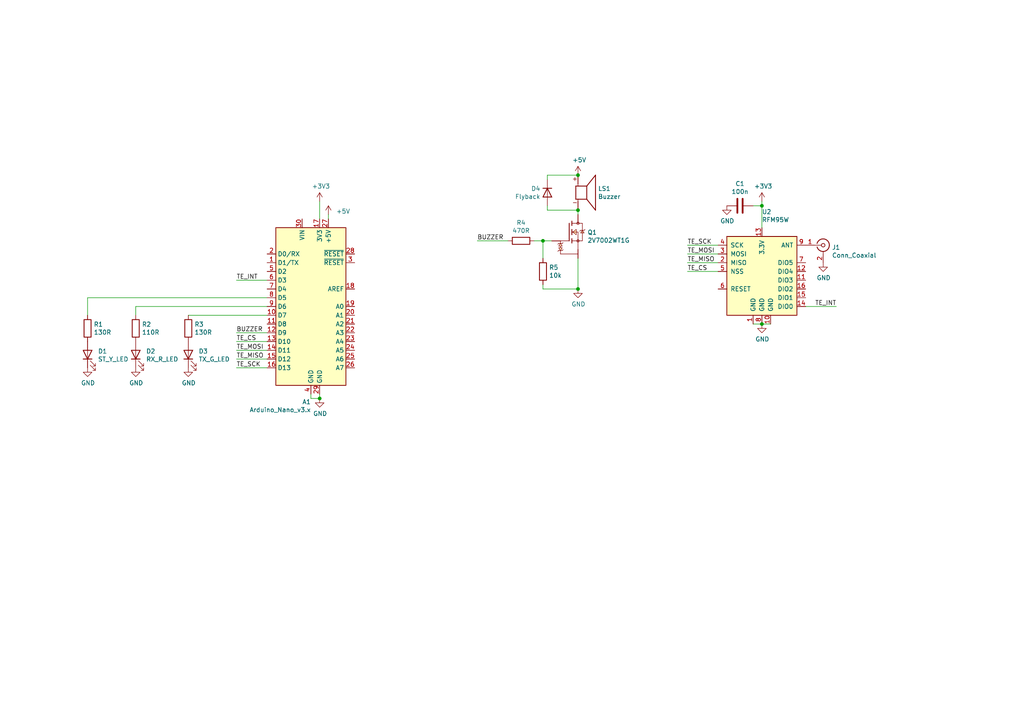
<source format=kicad_sch>
(kicad_sch (version 20211123) (generator eeschema)

  (uuid 852dabbf-de45-4470-8176-59d37a754407)

  (paper "A4")

  (title_block
    (title "G.R.U.N.D")
    (rev "R01")
    (company "Lucas Pallez, EPFL Rocket Team")
    (comment 1 "For usage with SMORRT Module")
    (comment 3 "Ground Radio Unit for Nominal Devices")
    (comment 4 "G.R.U.N.D")
  )

  (lib_symbols
    (symbol "2V7002WT1G:2V7002WT1G" (pin_numbers hide) (pin_names (offset 1.016) hide) (in_bom yes) (on_board yes)
      (property "Reference" "Q" (id 0) (at -8.89 2.54 0)
        (effects (font (size 1.27 1.27)) (justify left bottom))
      )
      (property "Value" "2V7002WT1G" (id 1) (at -8.89 -10.16 0)
        (effects (font (size 1.27 1.27)) (justify left bottom))
      )
      (property "Footprint" "SOT65P220X100-3N" (id 2) (at 0 0 0)
        (effects (font (size 1.27 1.27)) (justify left bottom) hide)
      )
      (property "Datasheet" "" (id 3) (at 0 0 0)
        (effects (font (size 1.27 1.27)) (justify left bottom) hide)
      )
      (property "STANDARD" "IPC-7351B" (id 4) (at 0 0 0)
        (effects (font (size 1.27 1.27)) (justify left bottom) hide)
      )
      (property "MAXIMUM_PACKAGE_HEIGHT" "1.0mm" (id 5) (at 0 0 0)
        (effects (font (size 1.27 1.27)) (justify left bottom) hide)
      )
      (property "PARTREV" "6" (id 6) (at 0 0 0)
        (effects (font (size 1.27 1.27)) (justify left bottom) hide)
      )
      (property "MANUFACTURER" "ON Semiconductor" (id 7) (at 0 0 0)
        (effects (font (size 1.27 1.27)) (justify left bottom) hide)
      )
      (property "ki_locked" "" (id 8) (at 0 0 0)
        (effects (font (size 1.27 1.27)))
      )
      (symbol "2V7002WT1G_0_0"
        (polyline
          (pts
            (xy -3.302 -5.588)
            (xy -3.048 -5.334)
          )
          (stroke (width 0.1524) (type default) (color 0 0 0 0))
          (fill (type none))
        )
        (polyline
          (pts
            (xy -3.048 -5.334)
            (xy -2.54 -5.334)
          )
          (stroke (width 0.1524) (type default) (color 0 0 0 0))
          (fill (type none))
        )
        (polyline
          (pts
            (xy -3.048 -3.302)
            (xy -3.302 -3.556)
          )
          (stroke (width 0.1524) (type default) (color 0 0 0 0))
          (fill (type none))
        )
        (polyline
          (pts
            (xy -2.54 -6.35)
            (xy -2.54 -5.334)
          )
          (stroke (width 0.1524) (type default) (color 0 0 0 0))
          (fill (type none))
        )
        (polyline
          (pts
            (xy -2.54 -6.35)
            (xy 2.54 -6.35)
          )
          (stroke (width 0.1524) (type default) (color 0 0 0 0))
          (fill (type none))
        )
        (polyline
          (pts
            (xy -2.54 -5.334)
            (xy -2.032 -5.334)
          )
          (stroke (width 0.1524) (type default) (color 0 0 0 0))
          (fill (type none))
        )
        (polyline
          (pts
            (xy -2.54 -4.064)
            (xy -2.54 -4.572)
          )
          (stroke (width 0.1524) (type default) (color 0 0 0 0))
          (fill (type none))
        )
        (polyline
          (pts
            (xy -2.54 -3.302)
            (xy -3.048 -3.302)
          )
          (stroke (width 0.1524) (type default) (color 0 0 0 0))
          (fill (type none))
        )
        (polyline
          (pts
            (xy -2.54 -2.54)
            (xy -2.54 -3.302)
          )
          (stroke (width 0.1524) (type default) (color 0 0 0 0))
          (fill (type none))
        )
        (polyline
          (pts
            (xy -2.032 -5.334)
            (xy -1.778 -5.08)
          )
          (stroke (width 0.1524) (type default) (color 0 0 0 0))
          (fill (type none))
        )
        (polyline
          (pts
            (xy -2.032 -3.302)
            (xy -2.54 -3.302)
          )
          (stroke (width 0.1524) (type default) (color 0 0 0 0))
          (fill (type none))
        )
        (polyline
          (pts
            (xy -1.778 -3.048)
            (xy -2.032 -3.302)
          )
          (stroke (width 0.1524) (type default) (color 0 0 0 0))
          (fill (type none))
        )
        (polyline
          (pts
            (xy 0 -2.54)
            (xy -5.08 -2.54)
          )
          (stroke (width 0.1524) (type default) (color 0 0 0 0))
          (fill (type none))
        )
        (polyline
          (pts
            (xy 0 2.54)
            (xy 0 -2.54)
          )
          (stroke (width 0.254) (type default) (color 0 0 0 0))
          (fill (type none))
        )
        (polyline
          (pts
            (xy 0.762 -2.54)
            (xy 0.762 -3.175)
          )
          (stroke (width 0.254) (type default) (color 0 0 0 0))
          (fill (type none))
        )
        (polyline
          (pts
            (xy 0.762 -1.905)
            (xy 0.762 -2.54)
          )
          (stroke (width 0.254) (type default) (color 0 0 0 0))
          (fill (type none))
        )
        (polyline
          (pts
            (xy 0.762 0)
            (xy 0.762 -0.762)
          )
          (stroke (width 0.254) (type default) (color 0 0 0 0))
          (fill (type none))
        )
        (polyline
          (pts
            (xy 0.762 0)
            (xy 2.54 0)
          )
          (stroke (width 0.1524) (type default) (color 0 0 0 0))
          (fill (type none))
        )
        (polyline
          (pts
            (xy 0.762 0.762)
            (xy 0.762 0)
          )
          (stroke (width 0.254) (type default) (color 0 0 0 0))
          (fill (type none))
        )
        (polyline
          (pts
            (xy 0.762 2.54)
            (xy 0.762 1.905)
          )
          (stroke (width 0.254) (type default) (color 0 0 0 0))
          (fill (type none))
        )
        (polyline
          (pts
            (xy 0.762 2.54)
            (xy 3.81 2.54)
          )
          (stroke (width 0.1524) (type default) (color 0 0 0 0))
          (fill (type none))
        )
        (polyline
          (pts
            (xy 0.762 3.175)
            (xy 0.762 2.54)
          )
          (stroke (width 0.254) (type default) (color 0 0 0 0))
          (fill (type none))
        )
        (polyline
          (pts
            (xy 2.54 -2.54)
            (xy 0.762 -2.54)
          )
          (stroke (width 0.1524) (type default) (color 0 0 0 0))
          (fill (type none))
        )
        (polyline
          (pts
            (xy 2.54 -2.54)
            (xy 2.54 -5.08)
          )
          (stroke (width 0.1524) (type default) (color 0 0 0 0))
          (fill (type none))
        )
        (polyline
          (pts
            (xy 2.54 -2.54)
            (xy 3.81 -2.54)
          )
          (stroke (width 0.1524) (type default) (color 0 0 0 0))
          (fill (type none))
        )
        (polyline
          (pts
            (xy 2.54 0)
            (xy 2.54 -2.54)
          )
          (stroke (width 0.1524) (type default) (color 0 0 0 0))
          (fill (type none))
        )
        (polyline
          (pts
            (xy 3.302 0.508)
            (xy 3.048 0.254)
          )
          (stroke (width 0.1524) (type default) (color 0 0 0 0))
          (fill (type none))
        )
        (polyline
          (pts
            (xy 3.81 0.508)
            (xy 3.302 0.508)
          )
          (stroke (width 0.1524) (type default) (color 0 0 0 0))
          (fill (type none))
        )
        (polyline
          (pts
            (xy 3.81 0.508)
            (xy 3.81 -2.54)
          )
          (stroke (width 0.1524) (type default) (color 0 0 0 0))
          (fill (type none))
        )
        (polyline
          (pts
            (xy 3.81 2.54)
            (xy 3.81 0.508)
          )
          (stroke (width 0.1524) (type default) (color 0 0 0 0))
          (fill (type none))
        )
        (polyline
          (pts
            (xy 4.318 0.508)
            (xy 3.81 0.508)
          )
          (stroke (width 0.1524) (type default) (color 0 0 0 0))
          (fill (type none))
        )
        (polyline
          (pts
            (xy 4.572 0.762)
            (xy 4.318 0.508)
          )
          (stroke (width 0.1524) (type default) (color 0 0 0 0))
          (fill (type none))
        )
        (polyline
          (pts
            (xy -2.54 -5.334)
            (xy -2.032 -4.572)
            (xy -3.048 -4.572)
            (xy -2.54 -5.334)
          )
          (stroke (width 0.1524) (type default) (color 0 0 0 0))
          (fill (type background))
        )
        (polyline
          (pts
            (xy -2.54 -3.302)
            (xy -3.048 -4.064)
            (xy -2.032 -4.064)
            (xy -2.54 -3.302)
          )
          (stroke (width 0.1524) (type default) (color 0 0 0 0))
          (fill (type background))
        )
        (polyline
          (pts
            (xy 1.016 0)
            (xy 2.032 0.762)
            (xy 2.032 -0.762)
            (xy 1.016 0)
          )
          (stroke (width 0.1524) (type default) (color 0 0 0 0))
          (fill (type background))
        )
        (polyline
          (pts
            (xy 3.81 0.508)
            (xy 3.302 -0.254)
            (xy 4.318 -0.254)
            (xy 3.81 0.508)
          )
          (stroke (width 0.1524) (type default) (color 0 0 0 0))
          (fill (type background))
        )
        (circle (center 2.54 -2.54) (radius 0.3556)
          (stroke (width 0) (type default) (color 0 0 0 0))
          (fill (type none))
        )
        (circle (center 2.54 2.54) (radius 0.3556)
          (stroke (width 0) (type default) (color 0 0 0 0))
          (fill (type none))
        )
        (pin passive line (at -5.08 -2.54 0) (length 2.54)
          (name "~" (effects (font (size 1.016 1.016))))
          (number "1" (effects (font (size 1.016 1.016))))
        )
        (pin passive line (at 2.54 -7.62 90) (length 2.54)
          (name "~" (effects (font (size 1.016 1.016))))
          (number "2" (effects (font (size 1.016 1.016))))
        )
        (pin passive line (at 2.54 5.08 270) (length 2.54)
          (name "~" (effects (font (size 1.016 1.016))))
          (number "3" (effects (font (size 1.016 1.016))))
        )
      )
    )
    (symbol "CMI-9605IC-0380T:CMI-9605IC-0380T" (pin_numbers hide) (pin_names (offset 1.016) hide) (in_bom yes) (on_board yes)
      (property "Reference" "LS" (id 0) (at -1.27 6.35 0)
        (effects (font (size 1.27 1.27)) (justify left bottom))
      )
      (property "Value" "CMI-9605IC-0380T" (id 1) (at -1.27 -8.255 0)
        (effects (font (size 1.27 1.27)) (justify left bottom))
      )
      (property "Footprint" "CUI_CMI-9605IC-0380T" (id 2) (at 0 0 0)
        (effects (font (size 1.27 1.27)) (justify left bottom) hide)
      )
      (property "Datasheet" "" (id 3) (at 0 0 0)
        (effects (font (size 1.27 1.27)) (justify left bottom) hide)
      )
      (property "MANUFACTURER" "CUI Inc." (id 4) (at 0 0 0)
        (effects (font (size 1.27 1.27)) (justify left bottom) hide)
      )
      (property "MAXIMUM_PACKAGE_HEIGHT" "5.00mm" (id 5) (at 0 0 0)
        (effects (font (size 1.27 1.27)) (justify left bottom) hide)
      )
      (property "STANDARD" "Manufacturer Recommendations" (id 6) (at 0 0 0)
        (effects (font (size 1.27 1.27)) (justify left bottom) hide)
      )
      (property "PARTREV" "1.0" (id 7) (at 0 0 0)
        (effects (font (size 1.27 1.27)) (justify left bottom) hide)
      )
      (property "ki_locked" "" (id 8) (at 0 0 0)
        (effects (font (size 1.27 1.27)))
      )
      (symbol "CMI-9605IC-0380T_0_0"
        (polyline
          (pts
            (xy -3.175 -1.905)
            (xy -2.54 -1.905)
          )
          (stroke (width 0.254) (type default) (color 0 0 0 0))
          (fill (type none))
        )
        (polyline
          (pts
            (xy -3.175 1.905)
            (xy -3.175 -1.905)
          )
          (stroke (width 0.254) (type default) (color 0 0 0 0))
          (fill (type none))
        )
        (polyline
          (pts
            (xy -3.175 1.905)
            (xy -2.54 1.905)
          )
          (stroke (width 0.254) (type default) (color 0 0 0 0))
          (fill (type none))
        )
        (polyline
          (pts
            (xy -2.54 -2.54)
            (xy -2.54 -1.905)
          )
          (stroke (width 0.1524) (type default) (color 0 0 0 0))
          (fill (type none))
        )
        (polyline
          (pts
            (xy -2.54 -1.905)
            (xy 0 -1.905)
          )
          (stroke (width 0.254) (type default) (color 0 0 0 0))
          (fill (type none))
        )
        (polyline
          (pts
            (xy -2.54 1.905)
            (xy 0 1.905)
          )
          (stroke (width 0.254) (type default) (color 0 0 0 0))
          (fill (type none))
        )
        (polyline
          (pts
            (xy -2.54 2.54)
            (xy -2.54 1.905)
          )
          (stroke (width 0.1524) (type default) (color 0 0 0 0))
          (fill (type none))
        )
        (polyline
          (pts
            (xy 0 -1.905)
            (xy 0 1.905)
          )
          (stroke (width 0.254) (type default) (color 0 0 0 0))
          (fill (type none))
        )
        (polyline
          (pts
            (xy 0 -1.905)
            (xy 2.54 -5.08)
          )
          (stroke (width 0.254) (type default) (color 0 0 0 0))
          (fill (type none))
        )
        (polyline
          (pts
            (xy 0 1.905)
            (xy 2.54 5.08)
          )
          (stroke (width 0.254) (type default) (color 0 0 0 0))
          (fill (type none))
        )
        (polyline
          (pts
            (xy 2.54 -5.08)
            (xy 2.54 5.08)
          )
          (stroke (width 0.254) (type default) (color 0 0 0 0))
          (fill (type none))
        )
        (text "+" (at -4.318 3.302 0)
          (effects (font (size 1.27 1.27)) (justify left bottom))
        )
        (text "-" (at -4.318 -3.556 0)
          (effects (font (size 1.27 1.27)) (justify left bottom))
        )
        (pin passive line (at -2.54 -5.08 90) (length 2.54)
          (name "~" (effects (font (size 1.016 1.016))))
          (number "N" (effects (font (size 1.016 1.016))))
        )
        (pin passive line (at -2.54 5.08 270) (length 2.54)
          (name "~" (effects (font (size 1.016 1.016))))
          (number "P" (effects (font (size 1.016 1.016))))
        )
      )
    )
    (symbol "Connector:Conn_Coaxial" (pin_names (offset 1.016) hide) (in_bom yes) (on_board yes)
      (property "Reference" "J" (id 0) (at 0.254 3.048 0)
        (effects (font (size 1.27 1.27)))
      )
      (property "Value" "Conn_Coaxial" (id 1) (at 2.921 0 90)
        (effects (font (size 1.27 1.27)))
      )
      (property "Footprint" "" (id 2) (at 0 0 0)
        (effects (font (size 1.27 1.27)) hide)
      )
      (property "Datasheet" " ~" (id 3) (at 0 0 0)
        (effects (font (size 1.27 1.27)) hide)
      )
      (property "ki_keywords" "BNC SMA SMB SMC LEMO coaxial connector CINCH RCA" (id 4) (at 0 0 0)
        (effects (font (size 1.27 1.27)) hide)
      )
      (property "ki_description" "coaxial connector (BNC, SMA, SMB, SMC, Cinch/RCA, LEMO, ...)" (id 5) (at 0 0 0)
        (effects (font (size 1.27 1.27)) hide)
      )
      (property "ki_fp_filters" "*BNC* *SMA* *SMB* *SMC* *Cinch* *LEMO*" (id 6) (at 0 0 0)
        (effects (font (size 1.27 1.27)) hide)
      )
      (symbol "Conn_Coaxial_0_1"
        (arc (start -1.778 -0.508) (mid 0.222 -1.808) (end 1.778 0)
          (stroke (width 0.254) (type default) (color 0 0 0 0))
          (fill (type none))
        )
        (polyline
          (pts
            (xy -2.54 0)
            (xy -0.508 0)
          )
          (stroke (width 0) (type default) (color 0 0 0 0))
          (fill (type none))
        )
        (polyline
          (pts
            (xy 0 -2.54)
            (xy 0 -1.778)
          )
          (stroke (width 0) (type default) (color 0 0 0 0))
          (fill (type none))
        )
        (circle (center 0 0) (radius 0.508)
          (stroke (width 0.2032) (type default) (color 0 0 0 0))
          (fill (type none))
        )
        (arc (start 1.778 0) (mid 0.2221 1.8083) (end -1.778 0.508)
          (stroke (width 0.254) (type default) (color 0 0 0 0))
          (fill (type none))
        )
      )
      (symbol "Conn_Coaxial_1_1"
        (pin passive line (at -5.08 0 0) (length 2.54)
          (name "In" (effects (font (size 1.27 1.27))))
          (number "1" (effects (font (size 1.27 1.27))))
        )
        (pin passive line (at 0 -5.08 90) (length 2.54)
          (name "Ext" (effects (font (size 1.27 1.27))))
          (number "2" (effects (font (size 1.27 1.27))))
        )
      )
    )
    (symbol "Device:C" (pin_numbers hide) (pin_names (offset 0.254)) (in_bom yes) (on_board yes)
      (property "Reference" "C" (id 0) (at 0.635 2.54 0)
        (effects (font (size 1.27 1.27)) (justify left))
      )
      (property "Value" "C" (id 1) (at 0.635 -2.54 0)
        (effects (font (size 1.27 1.27)) (justify left))
      )
      (property "Footprint" "" (id 2) (at 0.9652 -3.81 0)
        (effects (font (size 1.27 1.27)) hide)
      )
      (property "Datasheet" "~" (id 3) (at 0 0 0)
        (effects (font (size 1.27 1.27)) hide)
      )
      (property "ki_keywords" "cap capacitor" (id 4) (at 0 0 0)
        (effects (font (size 1.27 1.27)) hide)
      )
      (property "ki_description" "Unpolarized capacitor" (id 5) (at 0 0 0)
        (effects (font (size 1.27 1.27)) hide)
      )
      (property "ki_fp_filters" "C_*" (id 6) (at 0 0 0)
        (effects (font (size 1.27 1.27)) hide)
      )
      (symbol "C_0_1"
        (polyline
          (pts
            (xy -2.032 -0.762)
            (xy 2.032 -0.762)
          )
          (stroke (width 0.508) (type default) (color 0 0 0 0))
          (fill (type none))
        )
        (polyline
          (pts
            (xy -2.032 0.762)
            (xy 2.032 0.762)
          )
          (stroke (width 0.508) (type default) (color 0 0 0 0))
          (fill (type none))
        )
      )
      (symbol "C_1_1"
        (pin passive line (at 0 3.81 270) (length 2.794)
          (name "~" (effects (font (size 1.27 1.27))))
          (number "1" (effects (font (size 1.27 1.27))))
        )
        (pin passive line (at 0 -3.81 90) (length 2.794)
          (name "~" (effects (font (size 1.27 1.27))))
          (number "2" (effects (font (size 1.27 1.27))))
        )
      )
    )
    (symbol "Device:D" (pin_numbers hide) (pin_names (offset 1.016) hide) (in_bom yes) (on_board yes)
      (property "Reference" "D" (id 0) (at 0 2.54 0)
        (effects (font (size 1.27 1.27)))
      )
      (property "Value" "D" (id 1) (at 0 -2.54 0)
        (effects (font (size 1.27 1.27)))
      )
      (property "Footprint" "" (id 2) (at 0 0 0)
        (effects (font (size 1.27 1.27)) hide)
      )
      (property "Datasheet" "~" (id 3) (at 0 0 0)
        (effects (font (size 1.27 1.27)) hide)
      )
      (property "ki_keywords" "diode" (id 4) (at 0 0 0)
        (effects (font (size 1.27 1.27)) hide)
      )
      (property "ki_description" "Diode" (id 5) (at 0 0 0)
        (effects (font (size 1.27 1.27)) hide)
      )
      (property "ki_fp_filters" "TO-???* *_Diode_* *SingleDiode* D_*" (id 6) (at 0 0 0)
        (effects (font (size 1.27 1.27)) hide)
      )
      (symbol "D_0_1"
        (polyline
          (pts
            (xy -1.27 1.27)
            (xy -1.27 -1.27)
          )
          (stroke (width 0.254) (type default) (color 0 0 0 0))
          (fill (type none))
        )
        (polyline
          (pts
            (xy 1.27 0)
            (xy -1.27 0)
          )
          (stroke (width 0) (type default) (color 0 0 0 0))
          (fill (type none))
        )
        (polyline
          (pts
            (xy 1.27 1.27)
            (xy 1.27 -1.27)
            (xy -1.27 0)
            (xy 1.27 1.27)
          )
          (stroke (width 0.254) (type default) (color 0 0 0 0))
          (fill (type none))
        )
      )
      (symbol "D_1_1"
        (pin passive line (at -3.81 0 0) (length 2.54)
          (name "K" (effects (font (size 1.27 1.27))))
          (number "1" (effects (font (size 1.27 1.27))))
        )
        (pin passive line (at 3.81 0 180) (length 2.54)
          (name "A" (effects (font (size 1.27 1.27))))
          (number "2" (effects (font (size 1.27 1.27))))
        )
      )
    )
    (symbol "Device:LED" (pin_numbers hide) (pin_names (offset 1.016) hide) (in_bom yes) (on_board yes)
      (property "Reference" "D" (id 0) (at 0 2.54 0)
        (effects (font (size 1.27 1.27)))
      )
      (property "Value" "LED" (id 1) (at 0 -2.54 0)
        (effects (font (size 1.27 1.27)))
      )
      (property "Footprint" "" (id 2) (at 0 0 0)
        (effects (font (size 1.27 1.27)) hide)
      )
      (property "Datasheet" "~" (id 3) (at 0 0 0)
        (effects (font (size 1.27 1.27)) hide)
      )
      (property "ki_keywords" "LED diode" (id 4) (at 0 0 0)
        (effects (font (size 1.27 1.27)) hide)
      )
      (property "ki_description" "Light emitting diode" (id 5) (at 0 0 0)
        (effects (font (size 1.27 1.27)) hide)
      )
      (property "ki_fp_filters" "LED* LED_SMD:* LED_THT:*" (id 6) (at 0 0 0)
        (effects (font (size 1.27 1.27)) hide)
      )
      (symbol "LED_0_1"
        (polyline
          (pts
            (xy -1.27 -1.27)
            (xy -1.27 1.27)
          )
          (stroke (width 0.254) (type default) (color 0 0 0 0))
          (fill (type none))
        )
        (polyline
          (pts
            (xy -1.27 0)
            (xy 1.27 0)
          )
          (stroke (width 0) (type default) (color 0 0 0 0))
          (fill (type none))
        )
        (polyline
          (pts
            (xy 1.27 -1.27)
            (xy 1.27 1.27)
            (xy -1.27 0)
            (xy 1.27 -1.27)
          )
          (stroke (width 0.254) (type default) (color 0 0 0 0))
          (fill (type none))
        )
        (polyline
          (pts
            (xy -3.048 -0.762)
            (xy -4.572 -2.286)
            (xy -3.81 -2.286)
            (xy -4.572 -2.286)
            (xy -4.572 -1.524)
          )
          (stroke (width 0) (type default) (color 0 0 0 0))
          (fill (type none))
        )
        (polyline
          (pts
            (xy -1.778 -0.762)
            (xy -3.302 -2.286)
            (xy -2.54 -2.286)
            (xy -3.302 -2.286)
            (xy -3.302 -1.524)
          )
          (stroke (width 0) (type default) (color 0 0 0 0))
          (fill (type none))
        )
      )
      (symbol "LED_1_1"
        (pin passive line (at -3.81 0 0) (length 2.54)
          (name "K" (effects (font (size 1.27 1.27))))
          (number "1" (effects (font (size 1.27 1.27))))
        )
        (pin passive line (at 3.81 0 180) (length 2.54)
          (name "A" (effects (font (size 1.27 1.27))))
          (number "2" (effects (font (size 1.27 1.27))))
        )
      )
    )
    (symbol "Device:R" (pin_numbers hide) (pin_names (offset 0)) (in_bom yes) (on_board yes)
      (property "Reference" "R" (id 0) (at 2.032 0 90)
        (effects (font (size 1.27 1.27)))
      )
      (property "Value" "R" (id 1) (at 0 0 90)
        (effects (font (size 1.27 1.27)))
      )
      (property "Footprint" "" (id 2) (at -1.778 0 90)
        (effects (font (size 1.27 1.27)) hide)
      )
      (property "Datasheet" "~" (id 3) (at 0 0 0)
        (effects (font (size 1.27 1.27)) hide)
      )
      (property "ki_keywords" "R res resistor" (id 4) (at 0 0 0)
        (effects (font (size 1.27 1.27)) hide)
      )
      (property "ki_description" "Resistor" (id 5) (at 0 0 0)
        (effects (font (size 1.27 1.27)) hide)
      )
      (property "ki_fp_filters" "R_*" (id 6) (at 0 0 0)
        (effects (font (size 1.27 1.27)) hide)
      )
      (symbol "R_0_1"
        (rectangle (start -1.016 -2.54) (end 1.016 2.54)
          (stroke (width 0.254) (type default) (color 0 0 0 0))
          (fill (type none))
        )
      )
      (symbol "R_1_1"
        (pin passive line (at 0 3.81 270) (length 1.27)
          (name "~" (effects (font (size 1.27 1.27))))
          (number "1" (effects (font (size 1.27 1.27))))
        )
        (pin passive line (at 0 -3.81 90) (length 1.27)
          (name "~" (effects (font (size 1.27 1.27))))
          (number "2" (effects (font (size 1.27 1.27))))
        )
      )
    )
    (symbol "MCU_Module:Arduino_Nano_v3.x" (in_bom yes) (on_board yes)
      (property "Reference" "A" (id 0) (at -10.16 23.495 0)
        (effects (font (size 1.27 1.27)) (justify left bottom))
      )
      (property "Value" "Arduino_Nano_v3.x" (id 1) (at 5.08 -24.13 0)
        (effects (font (size 1.27 1.27)) (justify left top))
      )
      (property "Footprint" "Module:Arduino_Nano" (id 2) (at 0 0 0)
        (effects (font (size 1.27 1.27) italic) hide)
      )
      (property "Datasheet" "http://www.mouser.com/pdfdocs/Gravitech_Arduino_Nano3_0.pdf" (id 3) (at 0 0 0)
        (effects (font (size 1.27 1.27)) hide)
      )
      (property "ki_keywords" "Arduino nano microcontroller module USB" (id 4) (at 0 0 0)
        (effects (font (size 1.27 1.27)) hide)
      )
      (property "ki_description" "Arduino Nano v3.x" (id 5) (at 0 0 0)
        (effects (font (size 1.27 1.27)) hide)
      )
      (property "ki_fp_filters" "Arduino*Nano*" (id 6) (at 0 0 0)
        (effects (font (size 1.27 1.27)) hide)
      )
      (symbol "Arduino_Nano_v3.x_0_1"
        (rectangle (start -10.16 22.86) (end 10.16 -22.86)
          (stroke (width 0.254) (type default) (color 0 0 0 0))
          (fill (type background))
        )
      )
      (symbol "Arduino_Nano_v3.x_1_1"
        (pin bidirectional line (at -12.7 12.7 0) (length 2.54)
          (name "D1/TX" (effects (font (size 1.27 1.27))))
          (number "1" (effects (font (size 1.27 1.27))))
        )
        (pin bidirectional line (at -12.7 -2.54 0) (length 2.54)
          (name "D7" (effects (font (size 1.27 1.27))))
          (number "10" (effects (font (size 1.27 1.27))))
        )
        (pin bidirectional line (at -12.7 -5.08 0) (length 2.54)
          (name "D8" (effects (font (size 1.27 1.27))))
          (number "11" (effects (font (size 1.27 1.27))))
        )
        (pin bidirectional line (at -12.7 -7.62 0) (length 2.54)
          (name "D9" (effects (font (size 1.27 1.27))))
          (number "12" (effects (font (size 1.27 1.27))))
        )
        (pin bidirectional line (at -12.7 -10.16 0) (length 2.54)
          (name "D10" (effects (font (size 1.27 1.27))))
          (number "13" (effects (font (size 1.27 1.27))))
        )
        (pin bidirectional line (at -12.7 -12.7 0) (length 2.54)
          (name "D11" (effects (font (size 1.27 1.27))))
          (number "14" (effects (font (size 1.27 1.27))))
        )
        (pin bidirectional line (at -12.7 -15.24 0) (length 2.54)
          (name "D12" (effects (font (size 1.27 1.27))))
          (number "15" (effects (font (size 1.27 1.27))))
        )
        (pin bidirectional line (at -12.7 -17.78 0) (length 2.54)
          (name "D13" (effects (font (size 1.27 1.27))))
          (number "16" (effects (font (size 1.27 1.27))))
        )
        (pin power_out line (at 2.54 25.4 270) (length 2.54)
          (name "3V3" (effects (font (size 1.27 1.27))))
          (number "17" (effects (font (size 1.27 1.27))))
        )
        (pin input line (at 12.7 5.08 180) (length 2.54)
          (name "AREF" (effects (font (size 1.27 1.27))))
          (number "18" (effects (font (size 1.27 1.27))))
        )
        (pin bidirectional line (at 12.7 0 180) (length 2.54)
          (name "A0" (effects (font (size 1.27 1.27))))
          (number "19" (effects (font (size 1.27 1.27))))
        )
        (pin bidirectional line (at -12.7 15.24 0) (length 2.54)
          (name "D0/RX" (effects (font (size 1.27 1.27))))
          (number "2" (effects (font (size 1.27 1.27))))
        )
        (pin bidirectional line (at 12.7 -2.54 180) (length 2.54)
          (name "A1" (effects (font (size 1.27 1.27))))
          (number "20" (effects (font (size 1.27 1.27))))
        )
        (pin bidirectional line (at 12.7 -5.08 180) (length 2.54)
          (name "A2" (effects (font (size 1.27 1.27))))
          (number "21" (effects (font (size 1.27 1.27))))
        )
        (pin bidirectional line (at 12.7 -7.62 180) (length 2.54)
          (name "A3" (effects (font (size 1.27 1.27))))
          (number "22" (effects (font (size 1.27 1.27))))
        )
        (pin bidirectional line (at 12.7 -10.16 180) (length 2.54)
          (name "A4" (effects (font (size 1.27 1.27))))
          (number "23" (effects (font (size 1.27 1.27))))
        )
        (pin bidirectional line (at 12.7 -12.7 180) (length 2.54)
          (name "A5" (effects (font (size 1.27 1.27))))
          (number "24" (effects (font (size 1.27 1.27))))
        )
        (pin bidirectional line (at 12.7 -15.24 180) (length 2.54)
          (name "A6" (effects (font (size 1.27 1.27))))
          (number "25" (effects (font (size 1.27 1.27))))
        )
        (pin bidirectional line (at 12.7 -17.78 180) (length 2.54)
          (name "A7" (effects (font (size 1.27 1.27))))
          (number "26" (effects (font (size 1.27 1.27))))
        )
        (pin power_out line (at 5.08 25.4 270) (length 2.54)
          (name "+5V" (effects (font (size 1.27 1.27))))
          (number "27" (effects (font (size 1.27 1.27))))
        )
        (pin input line (at 12.7 15.24 180) (length 2.54)
          (name "~{RESET}" (effects (font (size 1.27 1.27))))
          (number "28" (effects (font (size 1.27 1.27))))
        )
        (pin power_in line (at 2.54 -25.4 90) (length 2.54)
          (name "GND" (effects (font (size 1.27 1.27))))
          (number "29" (effects (font (size 1.27 1.27))))
        )
        (pin input line (at 12.7 12.7 180) (length 2.54)
          (name "~{RESET}" (effects (font (size 1.27 1.27))))
          (number "3" (effects (font (size 1.27 1.27))))
        )
        (pin power_in line (at -2.54 25.4 270) (length 2.54)
          (name "VIN" (effects (font (size 1.27 1.27))))
          (number "30" (effects (font (size 1.27 1.27))))
        )
        (pin power_in line (at 0 -25.4 90) (length 2.54)
          (name "GND" (effects (font (size 1.27 1.27))))
          (number "4" (effects (font (size 1.27 1.27))))
        )
        (pin bidirectional line (at -12.7 10.16 0) (length 2.54)
          (name "D2" (effects (font (size 1.27 1.27))))
          (number "5" (effects (font (size 1.27 1.27))))
        )
        (pin bidirectional line (at -12.7 7.62 0) (length 2.54)
          (name "D3" (effects (font (size 1.27 1.27))))
          (number "6" (effects (font (size 1.27 1.27))))
        )
        (pin bidirectional line (at -12.7 5.08 0) (length 2.54)
          (name "D4" (effects (font (size 1.27 1.27))))
          (number "7" (effects (font (size 1.27 1.27))))
        )
        (pin bidirectional line (at -12.7 2.54 0) (length 2.54)
          (name "D5" (effects (font (size 1.27 1.27))))
          (number "8" (effects (font (size 1.27 1.27))))
        )
        (pin bidirectional line (at -12.7 0 0) (length 2.54)
          (name "D6" (effects (font (size 1.27 1.27))))
          (number "9" (effects (font (size 1.27 1.27))))
        )
      )
    )
    (symbol "RF_Module:RFM95W-868S2" (pin_names (offset 1.016)) (in_bom yes) (on_board yes)
      (property "Reference" "U" (id 0) (at -10.414 11.684 0)
        (effects (font (size 1.27 1.27)) (justify left))
      )
      (property "Value" "RFM95W-868S2" (id 1) (at 1.524 11.43 0)
        (effects (font (size 1.27 1.27)) (justify left))
      )
      (property "Footprint" "" (id 2) (at -83.82 41.91 0)
        (effects (font (size 1.27 1.27)) hide)
      )
      (property "Datasheet" "https://www.hoperf.com/data/upload/portal/20181127/5bfcbea20e9ef.pdf" (id 3) (at -83.82 41.91 0)
        (effects (font (size 1.27 1.27)) hide)
      )
      (property "ki_keywords" "Low power long range transceiver module" (id 4) (at 0 0 0)
        (effects (font (size 1.27 1.27)) hide)
      )
      (property "ki_description" "Low power long range transceiver module, SPI and parallel interface, 868 MHz, spreading factor 6 to12, bandwith 7.8 to 500kHz, -111 to -148 dBm, SMD-16, DIP-16" (id 5) (at 0 0 0)
        (effects (font (size 1.27 1.27)) hide)
      )
      (property "ki_fp_filters" "HOPERF*RFM9XW*" (id 6) (at 0 0 0)
        (effects (font (size 1.27 1.27)) hide)
      )
      (symbol "RFM95W-868S2_0_1"
        (rectangle (start -10.16 10.16) (end 10.16 -12.7)
          (stroke (width 0.254) (type default) (color 0 0 0 0))
          (fill (type background))
        )
      )
      (symbol "RFM95W-868S2_1_1"
        (pin power_in line (at -2.54 -15.24 90) (length 2.54)
          (name "GND" (effects (font (size 1.27 1.27))))
          (number "1" (effects (font (size 1.27 1.27))))
        )
        (pin power_in line (at 2.54 -15.24 90) (length 2.54)
          (name "GND" (effects (font (size 1.27 1.27))))
          (number "10" (effects (font (size 1.27 1.27))))
        )
        (pin bidirectional line (at 12.7 -2.54 180) (length 2.54)
          (name "DIO3" (effects (font (size 1.27 1.27))))
          (number "11" (effects (font (size 1.27 1.27))))
        )
        (pin bidirectional line (at 12.7 0 180) (length 2.54)
          (name "DIO4" (effects (font (size 1.27 1.27))))
          (number "12" (effects (font (size 1.27 1.27))))
        )
        (pin power_in line (at 0 12.7 270) (length 2.54)
          (name "3.3V" (effects (font (size 1.27 1.27))))
          (number "13" (effects (font (size 1.27 1.27))))
        )
        (pin bidirectional line (at 12.7 -10.16 180) (length 2.54)
          (name "DIO0" (effects (font (size 1.27 1.27))))
          (number "14" (effects (font (size 1.27 1.27))))
        )
        (pin bidirectional line (at 12.7 -7.62 180) (length 2.54)
          (name "DIO1" (effects (font (size 1.27 1.27))))
          (number "15" (effects (font (size 1.27 1.27))))
        )
        (pin bidirectional line (at 12.7 -5.08 180) (length 2.54)
          (name "DIO2" (effects (font (size 1.27 1.27))))
          (number "16" (effects (font (size 1.27 1.27))))
        )
        (pin output line (at -12.7 2.54 0) (length 2.54)
          (name "MISO" (effects (font (size 1.27 1.27))))
          (number "2" (effects (font (size 1.27 1.27))))
        )
        (pin input line (at -12.7 5.08 0) (length 2.54)
          (name "MOSI" (effects (font (size 1.27 1.27))))
          (number "3" (effects (font (size 1.27 1.27))))
        )
        (pin input line (at -12.7 7.62 0) (length 2.54)
          (name "SCK" (effects (font (size 1.27 1.27))))
          (number "4" (effects (font (size 1.27 1.27))))
        )
        (pin input line (at -12.7 0 0) (length 2.54)
          (name "NSS" (effects (font (size 1.27 1.27))))
          (number "5" (effects (font (size 1.27 1.27))))
        )
        (pin bidirectional line (at -12.7 -5.08 0) (length 2.54)
          (name "RESET" (effects (font (size 1.27 1.27))))
          (number "6" (effects (font (size 1.27 1.27))))
        )
        (pin bidirectional line (at 12.7 2.54 180) (length 2.54)
          (name "DIO5" (effects (font (size 1.27 1.27))))
          (number "7" (effects (font (size 1.27 1.27))))
        )
        (pin power_in line (at 0 -15.24 90) (length 2.54)
          (name "GND" (effects (font (size 1.27 1.27))))
          (number "8" (effects (font (size 1.27 1.27))))
        )
        (pin bidirectional line (at 12.7 7.62 180) (length 2.54)
          (name "ANT" (effects (font (size 1.27 1.27))))
          (number "9" (effects (font (size 1.27 1.27))))
        )
      )
    )
    (symbol "power:+3.3V" (power) (pin_names (offset 0)) (in_bom yes) (on_board yes)
      (property "Reference" "#PWR" (id 0) (at 0 -3.81 0)
        (effects (font (size 1.27 1.27)) hide)
      )
      (property "Value" "+3.3V" (id 1) (at 0 3.556 0)
        (effects (font (size 1.27 1.27)))
      )
      (property "Footprint" "" (id 2) (at 0 0 0)
        (effects (font (size 1.27 1.27)) hide)
      )
      (property "Datasheet" "" (id 3) (at 0 0 0)
        (effects (font (size 1.27 1.27)) hide)
      )
      (property "ki_keywords" "power-flag" (id 4) (at 0 0 0)
        (effects (font (size 1.27 1.27)) hide)
      )
      (property "ki_description" "Power symbol creates a global label with name \"+3.3V\"" (id 5) (at 0 0 0)
        (effects (font (size 1.27 1.27)) hide)
      )
      (symbol "+3.3V_0_1"
        (polyline
          (pts
            (xy -0.762 1.27)
            (xy 0 2.54)
          )
          (stroke (width 0) (type default) (color 0 0 0 0))
          (fill (type none))
        )
        (polyline
          (pts
            (xy 0 0)
            (xy 0 2.54)
          )
          (stroke (width 0) (type default) (color 0 0 0 0))
          (fill (type none))
        )
        (polyline
          (pts
            (xy 0 2.54)
            (xy 0.762 1.27)
          )
          (stroke (width 0) (type default) (color 0 0 0 0))
          (fill (type none))
        )
      )
      (symbol "+3.3V_1_1"
        (pin power_in line (at 0 0 90) (length 0) hide
          (name "+3V3" (effects (font (size 1.27 1.27))))
          (number "1" (effects (font (size 1.27 1.27))))
        )
      )
    )
    (symbol "power:+5V" (power) (pin_names (offset 0)) (in_bom yes) (on_board yes)
      (property "Reference" "#PWR" (id 0) (at 0 -3.81 0)
        (effects (font (size 1.27 1.27)) hide)
      )
      (property "Value" "+5V" (id 1) (at 0 3.556 0)
        (effects (font (size 1.27 1.27)))
      )
      (property "Footprint" "" (id 2) (at 0 0 0)
        (effects (font (size 1.27 1.27)) hide)
      )
      (property "Datasheet" "" (id 3) (at 0 0 0)
        (effects (font (size 1.27 1.27)) hide)
      )
      (property "ki_keywords" "power-flag" (id 4) (at 0 0 0)
        (effects (font (size 1.27 1.27)) hide)
      )
      (property "ki_description" "Power symbol creates a global label with name \"+5V\"" (id 5) (at 0 0 0)
        (effects (font (size 1.27 1.27)) hide)
      )
      (symbol "+5V_0_1"
        (polyline
          (pts
            (xy -0.762 1.27)
            (xy 0 2.54)
          )
          (stroke (width 0) (type default) (color 0 0 0 0))
          (fill (type none))
        )
        (polyline
          (pts
            (xy 0 0)
            (xy 0 2.54)
          )
          (stroke (width 0) (type default) (color 0 0 0 0))
          (fill (type none))
        )
        (polyline
          (pts
            (xy 0 2.54)
            (xy 0.762 1.27)
          )
          (stroke (width 0) (type default) (color 0 0 0 0))
          (fill (type none))
        )
      )
      (symbol "+5V_1_1"
        (pin power_in line (at 0 0 90) (length 0) hide
          (name "+5V" (effects (font (size 1.27 1.27))))
          (number "1" (effects (font (size 1.27 1.27))))
        )
      )
    )
    (symbol "power:GND" (power) (pin_names (offset 0)) (in_bom yes) (on_board yes)
      (property "Reference" "#PWR" (id 0) (at 0 -6.35 0)
        (effects (font (size 1.27 1.27)) hide)
      )
      (property "Value" "GND" (id 1) (at 0 -3.81 0)
        (effects (font (size 1.27 1.27)))
      )
      (property "Footprint" "" (id 2) (at 0 0 0)
        (effects (font (size 1.27 1.27)) hide)
      )
      (property "Datasheet" "" (id 3) (at 0 0 0)
        (effects (font (size 1.27 1.27)) hide)
      )
      (property "ki_keywords" "power-flag" (id 4) (at 0 0 0)
        (effects (font (size 1.27 1.27)) hide)
      )
      (property "ki_description" "Power symbol creates a global label with name \"GND\" , ground" (id 5) (at 0 0 0)
        (effects (font (size 1.27 1.27)) hide)
      )
      (symbol "GND_0_1"
        (polyline
          (pts
            (xy 0 0)
            (xy 0 -1.27)
            (xy 1.27 -1.27)
            (xy 0 -2.54)
            (xy -1.27 -1.27)
            (xy 0 -1.27)
          )
          (stroke (width 0) (type default) (color 0 0 0 0))
          (fill (type none))
        )
      )
      (symbol "GND_1_1"
        (pin power_in line (at 0 0 270) (length 0) hide
          (name "GND" (effects (font (size 1.27 1.27))))
          (number "1" (effects (font (size 1.27 1.27))))
        )
      )
    )
  )

  (junction (at 220.98 93.98) (diameter 0) (color 0 0 0 0)
    (uuid 1a6d2848-e78e-49fe-8978-e1890f07836f)
  )
  (junction (at 157.48 69.85) (diameter 0) (color 0 0 0 0)
    (uuid 3fd54105-4b7e-4004-9801-76ec66108a22)
  )
  (junction (at 92.71 115.57) (diameter 0) (color 0 0 0 0)
    (uuid 60dcd1fe-7079-4cb8-b509-04558ccf5097)
  )
  (junction (at 167.64 50.8) (diameter 0) (color 0 0 0 0)
    (uuid 8d0c1d66-35ef-4a53-a28f-436a11b54f42)
  )
  (junction (at 167.64 60.96) (diameter 0) (color 0 0 0 0)
    (uuid a8447faf-e0a0-4c4a-ae53-4d4b28669151)
  )
  (junction (at 167.64 83.82) (diameter 0) (color 0 0 0 0)
    (uuid d5b800ca-1ab6-4b66-b5f7-2dda5658b504)
  )
  (junction (at 220.98 59.69) (diameter 0) (color 0 0 0 0)
    (uuid e21aa84b-970e-47cf-b64f-3b55ee0e1b51)
  )

  (wire (pts (xy 25.4 86.36) (xy 77.47 86.36))
    (stroke (width 0) (type default) (color 0 0 0 0))
    (uuid 0351df45-d042-41d4-ba35-88092c7be2fc)
  )
  (wire (pts (xy 77.47 101.6) (xy 68.58 101.6))
    (stroke (width 0) (type default) (color 0 0 0 0))
    (uuid 03caada9-9e22-4e2d-9035-b15433dfbb17)
  )
  (wire (pts (xy 90.17 114.3) (xy 90.17 115.57))
    (stroke (width 0) (type default) (color 0 0 0 0))
    (uuid 0755aee5-bc01-4cb5-b830-583289df50a3)
  )
  (wire (pts (xy 157.48 83.82) (xy 157.48 82.55))
    (stroke (width 0) (type default) (color 0 0 0 0))
    (uuid 0e8f7fc0-2ef2-4b90-9c15-8a3a601ee459)
  )
  (wire (pts (xy 77.47 106.68) (xy 68.58 106.68))
    (stroke (width 0) (type default) (color 0 0 0 0))
    (uuid 0ff508fd-18da-4ab7-9844-3c8a28c2587e)
  )
  (wire (pts (xy 158.75 50.8) (xy 167.64 50.8))
    (stroke (width 0) (type default) (color 0 0 0 0))
    (uuid 101ef598-601d-400e-9ef6-d655fbb1dbfa)
  )
  (wire (pts (xy 220.98 66.04) (xy 220.98 59.69))
    (stroke (width 0) (type default) (color 0 0 0 0))
    (uuid 12422a89-3d0c-485c-9386-f77121fd68fd)
  )
  (wire (pts (xy 68.58 104.14) (xy 77.47 104.14))
    (stroke (width 0) (type default) (color 0 0 0 0))
    (uuid 1f3003e6-dce5-420f-906b-3f1e92b67249)
  )
  (wire (pts (xy 39.37 88.9) (xy 77.47 88.9))
    (stroke (width 0) (type default) (color 0 0 0 0))
    (uuid 240e5dac-6242-47a5-bbef-f76d11c715c0)
  )
  (wire (pts (xy 157.48 69.85) (xy 160.02 69.85))
    (stroke (width 0) (type default) (color 0 0 0 0))
    (uuid 29e058a7-50a3-43e5-81c3-bfee53da08be)
  )
  (wire (pts (xy 167.64 83.82) (xy 157.48 83.82))
    (stroke (width 0) (type default) (color 0 0 0 0))
    (uuid 382ca670-6ae8-4de6-90f9-f241d1337171)
  )
  (wire (pts (xy 220.98 59.69) (xy 220.98 58.42))
    (stroke (width 0) (type default) (color 0 0 0 0))
    (uuid 40976bf0-19de-460f-ad64-224d4f51e16b)
  )
  (wire (pts (xy 90.17 115.57) (xy 92.71 115.57))
    (stroke (width 0) (type default) (color 0 0 0 0))
    (uuid 4a21e717-d46d-4d9e-8b98-af4ecb02d3ec)
  )
  (wire (pts (xy 157.48 69.85) (xy 157.48 74.93))
    (stroke (width 0) (type default) (color 0 0 0 0))
    (uuid 5cf2db29-f7ab-499a-9907-cdeba64bf0f3)
  )
  (wire (pts (xy 167.64 60.96) (xy 158.75 60.96))
    (stroke (width 0) (type default) (color 0 0 0 0))
    (uuid 65134029-dbd2-409a-85a8-13c2a33ff019)
  )
  (wire (pts (xy 208.28 71.12) (xy 199.39 71.12))
    (stroke (width 0) (type default) (color 0 0 0 0))
    (uuid 68877d35-b796-44db-9124-b8e744e7412e)
  )
  (wire (pts (xy 68.58 81.28) (xy 77.47 81.28))
    (stroke (width 0) (type default) (color 0 0 0 0))
    (uuid 6d26d68f-1ca7-4ff3-b058-272f1c399047)
  )
  (wire (pts (xy 154.94 69.85) (xy 157.48 69.85))
    (stroke (width 0) (type default) (color 0 0 0 0))
    (uuid 6fd4442e-30b3-428b-9306-61418a63d311)
  )
  (wire (pts (xy 220.98 93.98) (xy 223.52 93.98))
    (stroke (width 0) (type default) (color 0 0 0 0))
    (uuid 7d34f6b1-ab31-49be-b011-c67fe67a8a56)
  )
  (wire (pts (xy 158.75 60.96) (xy 158.75 59.69))
    (stroke (width 0) (type default) (color 0 0 0 0))
    (uuid 7f2301df-e4bc-479e-a681-cc59c9a2dbbb)
  )
  (wire (pts (xy 158.75 52.07) (xy 158.75 50.8))
    (stroke (width 0) (type default) (color 0 0 0 0))
    (uuid 7f52d787-caa3-4a92-b1b2-19d554dc29a4)
  )
  (wire (pts (xy 199.39 78.74) (xy 208.28 78.74))
    (stroke (width 0) (type default) (color 0 0 0 0))
    (uuid 8412992d-8754-44de-9e08-115cec1a3eff)
  )
  (wire (pts (xy 218.44 59.69) (xy 220.98 59.69))
    (stroke (width 0) (type default) (color 0 0 0 0))
    (uuid 8c514922-ffe1-4e37-a260-e807409f2e0d)
  )
  (wire (pts (xy 68.58 99.06) (xy 77.47 99.06))
    (stroke (width 0) (type default) (color 0 0 0 0))
    (uuid 8ca3e20d-bcc7-4c5e-9deb-562dfed9fecb)
  )
  (wire (pts (xy 39.37 91.44) (xy 39.37 88.9))
    (stroke (width 0) (type default) (color 0 0 0 0))
    (uuid 8d9a3ecc-539f-41da-8099-d37cea9c28e7)
  )
  (wire (pts (xy 167.64 62.23) (xy 167.64 60.96))
    (stroke (width 0) (type default) (color 0 0 0 0))
    (uuid 98c78427-acd5-4f90-9ad6-9f61c4809aec)
  )
  (wire (pts (xy 95.25 62.23) (xy 95.25 63.5))
    (stroke (width 0) (type default) (color 0 0 0 0))
    (uuid 9b3c58a7-a9b9-4498-abc0-f9f43e4f0292)
  )
  (wire (pts (xy 242.57 88.9) (xy 233.68 88.9))
    (stroke (width 0) (type default) (color 0 0 0 0))
    (uuid 9f8381e9-3077-4453-a480-a01ad9c1a940)
  )
  (wire (pts (xy 218.44 93.98) (xy 220.98 93.98))
    (stroke (width 0) (type default) (color 0 0 0 0))
    (uuid a544eb0a-75db-4baf-bf54-9ca21744343b)
  )
  (wire (pts (xy 54.61 91.44) (xy 77.47 91.44))
    (stroke (width 0) (type default) (color 0 0 0 0))
    (uuid aa2ea573-3f20-43c1-aa99-1f9c6031a9aa)
  )
  (wire (pts (xy 138.43 69.85) (xy 147.32 69.85))
    (stroke (width 0) (type default) (color 0 0 0 0))
    (uuid bd9595a1-04f3-4fda-8f1b-e65ad874edd3)
  )
  (wire (pts (xy 199.39 76.2) (xy 208.28 76.2))
    (stroke (width 0) (type default) (color 0 0 0 0))
    (uuid c332fa55-4168-4f55-88a5-f82c7c21040b)
  )
  (wire (pts (xy 92.71 58.42) (xy 92.71 63.5))
    (stroke (width 0) (type default) (color 0 0 0 0))
    (uuid c8029a4c-945d-42ca-871a-dd73ff50a1a3)
  )
  (wire (pts (xy 208.28 73.66) (xy 199.39 73.66))
    (stroke (width 0) (type default) (color 0 0 0 0))
    (uuid df32840e-2912-4088-b54c-9a85f64c0265)
  )
  (wire (pts (xy 25.4 86.36) (xy 25.4 91.44))
    (stroke (width 0) (type default) (color 0 0 0 0))
    (uuid e472dac4-5b65-4920-b8b2-6065d140a69d)
  )
  (wire (pts (xy 68.58 96.52) (xy 77.47 96.52))
    (stroke (width 0) (type default) (color 0 0 0 0))
    (uuid ebd06df3-d52b-4cff-99a2-a771df6d3733)
  )
  (wire (pts (xy 92.71 114.3) (xy 92.71 115.57))
    (stroke (width 0) (type default) (color 0 0 0 0))
    (uuid ec31c074-17b2-48e1-ab01-071acad3fa04)
  )
  (wire (pts (xy 167.64 74.93) (xy 167.64 83.82))
    (stroke (width 0) (type default) (color 0 0 0 0))
    (uuid feb26ecb-9193-46ea-a41b-d09305bf0a3e)
  )

  (label "TE_MISO" (at 199.39 76.2 0)
    (effects (font (size 1.27 1.27)) (justify left bottom))
    (uuid 13c0ff76-ed71-4cd9-abb0-92c376825d5d)
  )
  (label "TE_CS" (at 199.39 78.74 0)
    (effects (font (size 1.27 1.27)) (justify left bottom))
    (uuid 378af8b4-af3d-46e7-89ae-deff12ca9067)
  )
  (label "TE_SCK" (at 68.58 106.68 0)
    (effects (font (size 1.27 1.27)) (justify left bottom))
    (uuid 639c0e59-e95c-4114-bccd-2e7277505454)
  )
  (label "TE_INT" (at 68.58 81.28 0)
    (effects (font (size 1.27 1.27)) (justify left bottom))
    (uuid 911bdcbe-493f-4e21-a506-7cbc636e2c17)
  )
  (label "TE_MOSI" (at 68.58 101.6 0)
    (effects (font (size 1.27 1.27)) (justify left bottom))
    (uuid a15a7506-eae4-4933-84da-9ad754258706)
  )
  (label "TE_MOSI" (at 199.39 73.66 0)
    (effects (font (size 1.27 1.27)) (justify left bottom))
    (uuid a27eb049-c992-4f11-a026-1e6a8d9d0160)
  )
  (label "TE_INT" (at 242.57 88.9 180)
    (effects (font (size 1.27 1.27)) (justify right bottom))
    (uuid b96fe6ac-3535-4455-ab88-ed77f5e46d6e)
  )
  (label "BUZZER" (at 138.43 69.85 0)
    (effects (font (size 1.27 1.27)) (justify left bottom))
    (uuid be645d0f-8568-47a0-a152-e3ddd33563eb)
  )
  (label "TE_CS" (at 68.58 99.06 0)
    (effects (font (size 1.27 1.27)) (justify left bottom))
    (uuid c8c79177-94d4-43e2-a654-f0a5554fbb68)
  )
  (label "BUZZER" (at 68.58 96.52 0)
    (effects (font (size 1.27 1.27)) (justify left bottom))
    (uuid c9667181-b3c7-4b01-b8b4-baa29a9aea63)
  )
  (label "TE_MISO" (at 68.58 104.14 0)
    (effects (font (size 1.27 1.27)) (justify left bottom))
    (uuid d3c11c8f-a73d-4211-934b-a6da255728ad)
  )
  (label "TE_SCK" (at 199.39 71.12 0)
    (effects (font (size 1.27 1.27)) (justify left bottom))
    (uuid ffd175d1-912a-4224-be1e-a8198680f46b)
  )

  (symbol (lib_id "RF_Module:RFM95W-868S2") (at 220.98 78.74 0) (unit 1)
    (in_bom yes) (on_board yes)
    (uuid 00000000-0000-0000-0000-00006224d2b8)
    (property "Reference" "U2" (id 0) (at 220.98 61.4426 0)
      (effects (font (size 1.27 1.27)) (justify left))
    )
    (property "Value" "RFM95W" (id 1) (at 220.98 63.754 0)
      (effects (font (size 1.27 1.27)) (justify left))
    )
    (property "Footprint" "RFM95W-868S2:XCVR_RFM95W-868S2" (id 2) (at 137.16 36.83 0)
      (effects (font (size 1.27 1.27)) hide)
    )
    (property "Datasheet" "https://www.hoperf.com/data/upload/portal/20181127/5bfcbea20e9ef.pdf" (id 3) (at 137.16 36.83 0)
      (effects (font (size 1.27 1.27)) hide)
    )
    (pin "1" (uuid 9bcba86e-2260-4fc3-8dad-6be05f874e14))
    (pin "10" (uuid f2fd1bb8-b0dd-4b35-abc7-43505a3d6eb8))
    (pin "11" (uuid f42ace10-3bb8-405a-a461-136cbaa435a7))
    (pin "12" (uuid 91e6c723-73d2-4a89-a3ae-c6157f4a21b0))
    (pin "13" (uuid 7706cab0-89a9-4600-953d-f68c0d23871a))
    (pin "14" (uuid a8620ee8-7bcb-4f2d-aaa5-b6e50412b8c5))
    (pin "15" (uuid b86a2344-07dd-4b36-9de0-e4544f817426))
    (pin "16" (uuid 545ca384-b26e-43be-8c78-25a5055751b8))
    (pin "2" (uuid c91e02f7-4136-4239-bae8-ca3edc66a03e))
    (pin "3" (uuid ddc4cc00-1cb3-4889-97b0-c8d90f2d4062))
    (pin "4" (uuid fe69b266-d617-4cb0-8e36-aeb6e2d14354))
    (pin "5" (uuid 8e7ca6fb-b20f-4688-bbf7-5429b8ca80d7))
    (pin "6" (uuid fef10b0d-d3fa-4710-a58c-0281d7ba26c0))
    (pin "7" (uuid c70a183e-c093-41cc-a47b-042ab887919a))
    (pin "8" (uuid 5cfeebef-c2cd-42c7-aded-328c380290b0))
    (pin "9" (uuid 6ea125c5-7ea8-443a-a266-f55045a038ca))
  )

  (symbol (lib_id "Device:C") (at 214.63 59.69 270) (unit 1)
    (in_bom yes) (on_board yes)
    (uuid 00000000-0000-0000-0000-00006224f480)
    (property "Reference" "C1" (id 0) (at 214.63 53.2892 90))
    (property "Value" "100n" (id 1) (at 214.63 55.6006 90))
    (property "Footprint" "Capacitor_SMD:C_0805_2012Metric" (id 2) (at 210.82 60.6552 0)
      (effects (font (size 1.27 1.27)) hide)
    )
    (property "Datasheet" "~" (id 3) (at 214.63 59.69 0)
      (effects (font (size 1.27 1.27)) hide)
    )
    (pin "1" (uuid 3881ec9c-40cc-48f5-a4b4-225de3133f58))
    (pin "2" (uuid c8a1977b-1088-4796-a512-3034692ac264))
  )

  (symbol (lib_id "Connector:Conn_Coaxial") (at 238.76 71.12 0) (unit 1)
    (in_bom yes) (on_board yes)
    (uuid 00000000-0000-0000-0000-0000622507eb)
    (property "Reference" "J1" (id 0) (at 241.3 71.755 0)
      (effects (font (size 1.27 1.27)) (justify left))
    )
    (property "Value" "Conn_Coaxial" (id 1) (at 241.3 74.0664 0)
      (effects (font (size 1.27 1.27)) (justify left))
    )
    (property "Footprint" "Connector_Coaxial:SMA_Wurth_60312002114503_Vertical" (id 2) (at 238.76 71.12 0)
      (effects (font (size 1.27 1.27)) hide)
    )
    (property "Datasheet" " ~" (id 3) (at 238.76 71.12 0)
      (effects (font (size 1.27 1.27)) hide)
    )
    (pin "1" (uuid 1bf5b4f6-19db-4bcb-a710-47bfb5319274))
    (pin "2" (uuid d622ff9e-80e1-49f5-ad3a-4c848f3ba785))
  )

  (symbol (lib_id "power:GND") (at 238.76 76.2 0) (unit 1)
    (in_bom yes) (on_board yes)
    (uuid 00000000-0000-0000-0000-000062251ae1)
    (property "Reference" "#PWR07" (id 0) (at 238.76 82.55 0)
      (effects (font (size 1.27 1.27)) hide)
    )
    (property "Value" "GND" (id 1) (at 238.887 80.5942 0))
    (property "Footprint" "" (id 2) (at 238.76 76.2 0)
      (effects (font (size 1.27 1.27)) hide)
    )
    (property "Datasheet" "" (id 3) (at 238.76 76.2 0)
      (effects (font (size 1.27 1.27)) hide)
    )
    (pin "1" (uuid 9d03430d-bea5-41e8-90c7-2571c4376646))
  )

  (symbol (lib_id "power:GND") (at 220.98 93.98 0) (unit 1)
    (in_bom yes) (on_board yes)
    (uuid 00000000-0000-0000-0000-000062253649)
    (property "Reference" "#PWR06" (id 0) (at 220.98 100.33 0)
      (effects (font (size 1.27 1.27)) hide)
    )
    (property "Value" "GND" (id 1) (at 221.107 98.3742 0))
    (property "Footprint" "" (id 2) (at 220.98 93.98 0)
      (effects (font (size 1.27 1.27)) hide)
    )
    (property "Datasheet" "" (id 3) (at 220.98 93.98 0)
      (effects (font (size 1.27 1.27)) hide)
    )
    (pin "1" (uuid 4b6d001d-7b75-4d01-ba45-d912573818f9))
  )

  (symbol (lib_id "power:+3.3V") (at 220.98 58.42 0) (unit 1)
    (in_bom yes) (on_board yes)
    (uuid 00000000-0000-0000-0000-000062253c26)
    (property "Reference" "#PWR05" (id 0) (at 220.98 62.23 0)
      (effects (font (size 1.27 1.27)) hide)
    )
    (property "Value" "+3.3V" (id 1) (at 221.361 54.0258 0))
    (property "Footprint" "" (id 2) (at 220.98 58.42 0)
      (effects (font (size 1.27 1.27)) hide)
    )
    (property "Datasheet" "" (id 3) (at 220.98 58.42 0)
      (effects (font (size 1.27 1.27)) hide)
    )
    (pin "1" (uuid 99b2cdc9-850a-4ee0-be28-fa5c0d4a8b3c))
  )

  (symbol (lib_id "power:GND") (at 210.82 59.69 0) (unit 1)
    (in_bom yes) (on_board yes)
    (uuid 00000000-0000-0000-0000-000062255cab)
    (property "Reference" "#PWR04" (id 0) (at 210.82 66.04 0)
      (effects (font (size 1.27 1.27)) hide)
    )
    (property "Value" "GND" (id 1) (at 210.947 64.0842 0))
    (property "Footprint" "" (id 2) (at 210.82 59.69 0)
      (effects (font (size 1.27 1.27)) hide)
    )
    (property "Datasheet" "" (id 3) (at 210.82 59.69 0)
      (effects (font (size 1.27 1.27)) hide)
    )
    (pin "1" (uuid c66dcd90-7b54-4618-94e4-8b243ca3b90c))
  )

  (symbol (lib_id "MCU_Module:Arduino_Nano_v3.x") (at 90.17 88.9 0) (unit 1)
    (in_bom yes) (on_board yes)
    (uuid 00000000-0000-0000-0000-000062264744)
    (property "Reference" "A1" (id 0) (at 90.17 116.5606 0)
      (effects (font (size 1.27 1.27)) (justify right))
    )
    (property "Value" "Arduino_Nano_v3.x" (id 1) (at 90.17 118.872 0)
      (effects (font (size 1.27 1.27)) (justify right))
    )
    (property "Footprint" "Module:Arduino_Nano" (id 2) (at 90.17 88.9 0)
      (effects (font (size 1.27 1.27) italic) hide)
    )
    (property "Datasheet" "http://www.mouser.com/pdfdocs/Gravitech_Arduino_Nano3_0.pdf" (id 3) (at 90.17 88.9 0)
      (effects (font (size 1.27 1.27)) hide)
    )
    (pin "1" (uuid 50d1b079-69d0-4ce3-9173-2cd75787db46))
    (pin "10" (uuid 73e6727a-4142-4550-8b13-48b2fe1b6366))
    (pin "11" (uuid 082af52d-cc2f-436d-b3cc-65de6b845339))
    (pin "12" (uuid 2888a7b6-95ce-4ddd-9337-330d0ffe5bf0))
    (pin "13" (uuid 547f7fcf-17fa-47df-8b9c-118863342c08))
    (pin "14" (uuid 06a501d2-8202-46f0-b02a-4e7114132c92))
    (pin "15" (uuid 4cb2ad15-5094-4716-a296-9c341914cf35))
    (pin "16" (uuid e6888b19-70c1-4772-9216-b3b53946bc0a))
    (pin "17" (uuid e5a646a9-6eed-4a57-91fe-8d48ff28b5f9))
    (pin "18" (uuid fb2a8fa4-2a3c-4728-b419-69f5223aa9b6))
    (pin "19" (uuid 8a349cc7-8fab-4bec-8325-cecf14310bc5))
    (pin "2" (uuid 2712ee24-d53a-4f7d-9ca5-4b6b71654c66))
    (pin "20" (uuid 59f0d455-e755-468b-b6fc-86d8b15dfd09))
    (pin "21" (uuid 43cfb51e-fbdb-42fb-957e-23ca963fc87a))
    (pin "22" (uuid 96db89b5-da07-4325-8d42-37a3c2c1c56c))
    (pin "23" (uuid e4f3b20c-6e16-4554-b28c-19ac5fe823f3))
    (pin "24" (uuid 41f1374d-197e-41ac-ac34-998199c5659b))
    (pin "25" (uuid 05af8abe-1183-452c-805a-9d3d3d5e16a0))
    (pin "26" (uuid 873f3b84-7c2a-4df5-b598-0ec02b20ef47))
    (pin "27" (uuid 14686823-6948-46d6-8fe6-d3ab841b0ba9))
    (pin "28" (uuid 895a4e0b-889e-45c0-8b3a-8d547d6acde4))
    (pin "29" (uuid 4a4d9b9b-c50f-4ef0-8277-cdd97ceed0a6))
    (pin "3" (uuid ab427ed8-7d35-4d73-a382-090628f61935))
    (pin "30" (uuid 42e3837e-d7ee-4d6c-b771-ce736125a13c))
    (pin "4" (uuid 0f97be94-845d-4d9a-b958-247f9382ca1a))
    (pin "5" (uuid a39ff543-78cd-448f-aba2-5488797c603a))
    (pin "6" (uuid 79aa8587-dd14-4562-b209-7fe7e2341e1b))
    (pin "7" (uuid c3f2f465-fbc0-4d61-8ca9-85d5a5ebffec))
    (pin "8" (uuid 9c4a1ff8-a62b-4fff-80c0-cac481dcfb1f))
    (pin "9" (uuid 29c5d17f-ccec-47aa-a8de-6e801d1b09e9))
  )

  (symbol (lib_id "power:GND") (at 92.71 115.57 0) (unit 1)
    (in_bom yes) (on_board yes)
    (uuid 00000000-0000-0000-0000-000062272c88)
    (property "Reference" "#PWR02" (id 0) (at 92.71 121.92 0)
      (effects (font (size 1.27 1.27)) hide)
    )
    (property "Value" "GND" (id 1) (at 92.837 119.9642 0))
    (property "Footprint" "" (id 2) (at 92.71 115.57 0)
      (effects (font (size 1.27 1.27)) hide)
    )
    (property "Datasheet" "" (id 3) (at 92.71 115.57 0)
      (effects (font (size 1.27 1.27)) hide)
    )
    (pin "1" (uuid 981d09c9-fefb-410b-8d8c-52c98abe6bc9))
  )

  (symbol (lib_id "power:+3.3V") (at 92.71 58.42 0) (unit 1)
    (in_bom yes) (on_board yes)
    (uuid 00000000-0000-0000-0000-000062275a2d)
    (property "Reference" "#PWR01" (id 0) (at 92.71 62.23 0)
      (effects (font (size 1.27 1.27)) hide)
    )
    (property "Value" "+3.3V" (id 1) (at 93.091 54.0258 0))
    (property "Footprint" "" (id 2) (at 92.71 58.42 0)
      (effects (font (size 1.27 1.27)) hide)
    )
    (property "Datasheet" "" (id 3) (at 92.71 58.42 0)
      (effects (font (size 1.27 1.27)) hide)
    )
    (pin "1" (uuid 00695b46-a5e7-4661-a83e-5cfb182bbc5c))
  )

  (symbol (lib_id "Device:LED") (at 25.4 102.87 90) (unit 1)
    (in_bom yes) (on_board yes)
    (uuid 00000000-0000-0000-0000-00006228c347)
    (property "Reference" "D1" (id 0) (at 28.3972 101.8794 90)
      (effects (font (size 1.27 1.27)) (justify right))
    )
    (property "Value" "ST_Y_LED" (id 1) (at 28.3972 104.1908 90)
      (effects (font (size 1.27 1.27)) (justify right))
    )
    (property "Footprint" "Diode_SMD:D_0805_2012Metric" (id 2) (at 25.4 102.87 0)
      (effects (font (size 1.27 1.27)) hide)
    )
    (property "Datasheet" "~" (id 3) (at 25.4 102.87 0)
      (effects (font (size 1.27 1.27)) hide)
    )
    (pin "1" (uuid cfb328b3-4923-4704-adb6-74466f3b1ca4))
    (pin "2" (uuid 90d47418-a546-4a60-a25f-b66a00e8b651))
  )

  (symbol (lib_id "Device:LED") (at 39.37 102.87 90) (unit 1)
    (in_bom yes) (on_board yes)
    (uuid 00000000-0000-0000-0000-00006228d792)
    (property "Reference" "D2" (id 0) (at 42.3672 101.8794 90)
      (effects (font (size 1.27 1.27)) (justify right))
    )
    (property "Value" "RX_R_LED" (id 1) (at 42.3672 104.1908 90)
      (effects (font (size 1.27 1.27)) (justify right))
    )
    (property "Footprint" "Diode_SMD:D_0805_2012Metric" (id 2) (at 39.37 102.87 0)
      (effects (font (size 1.27 1.27)) hide)
    )
    (property "Datasheet" "~" (id 3) (at 39.37 102.87 0)
      (effects (font (size 1.27 1.27)) hide)
    )
    (pin "1" (uuid c01dcc3e-b940-42aa-9cc0-1df2cc323a26))
    (pin "2" (uuid 0712aa9b-d513-4199-813e-214ae23c89f5))
  )

  (symbol (lib_id "Device:LED") (at 54.61 102.87 90) (unit 1)
    (in_bom yes) (on_board yes)
    (uuid 00000000-0000-0000-0000-00006228db7f)
    (property "Reference" "D3" (id 0) (at 57.6072 101.8794 90)
      (effects (font (size 1.27 1.27)) (justify right))
    )
    (property "Value" "TX_G_LED" (id 1) (at 57.6072 104.1908 90)
      (effects (font (size 1.27 1.27)) (justify right))
    )
    (property "Footprint" "Diode_SMD:D_0805_2012Metric" (id 2) (at 54.61 102.87 0)
      (effects (font (size 1.27 1.27)) hide)
    )
    (property "Datasheet" "~" (id 3) (at 54.61 102.87 0)
      (effects (font (size 1.27 1.27)) hide)
    )
    (pin "1" (uuid bb7d3b36-b95c-49ae-ba34-0021db468977))
    (pin "2" (uuid 8dc5ff95-44ac-4648-8938-8bd5873f3e5e))
  )

  (symbol (lib_id "power:GND") (at 54.61 106.68 0) (unit 1)
    (in_bom yes) (on_board yes)
    (uuid 00000000-0000-0000-0000-0000622b1b54)
    (property "Reference" "#PWR09" (id 0) (at 54.61 113.03 0)
      (effects (font (size 1.27 1.27)) hide)
    )
    (property "Value" "GND" (id 1) (at 54.737 111.0742 0))
    (property "Footprint" "" (id 2) (at 54.61 106.68 0)
      (effects (font (size 1.27 1.27)) hide)
    )
    (property "Datasheet" "" (id 3) (at 54.61 106.68 0)
      (effects (font (size 1.27 1.27)) hide)
    )
    (pin "1" (uuid 100a0d38-826f-48f7-b85b-dfd9a60bf631))
  )

  (symbol (lib_id "power:GND") (at 39.37 106.68 0) (unit 1)
    (in_bom yes) (on_board yes)
    (uuid 00000000-0000-0000-0000-0000622b1e3f)
    (property "Reference" "#PWR08" (id 0) (at 39.37 113.03 0)
      (effects (font (size 1.27 1.27)) hide)
    )
    (property "Value" "GND" (id 1) (at 39.497 111.0742 0))
    (property "Footprint" "" (id 2) (at 39.37 106.68 0)
      (effects (font (size 1.27 1.27)) hide)
    )
    (property "Datasheet" "" (id 3) (at 39.37 106.68 0)
      (effects (font (size 1.27 1.27)) hide)
    )
    (pin "1" (uuid d5a09c27-1475-4d91-8039-7a48cefd4baa))
  )

  (symbol (lib_id "power:GND") (at 25.4 106.68 0) (unit 1)
    (in_bom yes) (on_board yes)
    (uuid 00000000-0000-0000-0000-0000622b22a5)
    (property "Reference" "#PWR03" (id 0) (at 25.4 113.03 0)
      (effects (font (size 1.27 1.27)) hide)
    )
    (property "Value" "GND" (id 1) (at 25.527 111.0742 0))
    (property "Footprint" "" (id 2) (at 25.4 106.68 0)
      (effects (font (size 1.27 1.27)) hide)
    )
    (property "Datasheet" "" (id 3) (at 25.4 106.68 0)
      (effects (font (size 1.27 1.27)) hide)
    )
    (pin "1" (uuid ed74ebd5-6587-43db-aa91-dfb7b5718cf2))
  )

  (symbol (lib_id "Device:R") (at 54.61 95.25 0) (unit 1)
    (in_bom yes) (on_board yes)
    (uuid 00000000-0000-0000-0000-0000622b32d6)
    (property "Reference" "R3" (id 0) (at 56.388 94.0816 0)
      (effects (font (size 1.27 1.27)) (justify left))
    )
    (property "Value" "130R" (id 1) (at 56.388 96.393 0)
      (effects (font (size 1.27 1.27)) (justify left))
    )
    (property "Footprint" "Resistor_SMD:R_0805_2012Metric" (id 2) (at 52.832 95.25 90)
      (effects (font (size 1.27 1.27)) hide)
    )
    (property "Datasheet" "~" (id 3) (at 54.61 95.25 0)
      (effects (font (size 1.27 1.27)) hide)
    )
    (pin "1" (uuid 2865aee6-7eec-42f2-ad24-12efec7137fb))
    (pin "2" (uuid b30355e7-68f9-417a-84bd-f2379e9eeff7))
  )

  (symbol (lib_id "Device:R") (at 39.37 95.25 0) (unit 1)
    (in_bom yes) (on_board yes)
    (uuid 00000000-0000-0000-0000-0000622b482b)
    (property "Reference" "R2" (id 0) (at 41.148 94.0816 0)
      (effects (font (size 1.27 1.27)) (justify left))
    )
    (property "Value" "110R" (id 1) (at 41.148 96.393 0)
      (effects (font (size 1.27 1.27)) (justify left))
    )
    (property "Footprint" "Resistor_SMD:R_0805_2012Metric" (id 2) (at 37.592 95.25 90)
      (effects (font (size 1.27 1.27)) hide)
    )
    (property "Datasheet" "~" (id 3) (at 39.37 95.25 0)
      (effects (font (size 1.27 1.27)) hide)
    )
    (pin "1" (uuid ee417e25-1065-4d3b-9f8e-ec525196b1bb))
    (pin "2" (uuid 9c9544a8-1a1f-4e9b-9e1d-47f8f4940b17))
  )

  (symbol (lib_id "Device:R") (at 25.4 95.25 0) (unit 1)
    (in_bom yes) (on_board yes)
    (uuid 00000000-0000-0000-0000-0000622b504f)
    (property "Reference" "R1" (id 0) (at 27.178 94.0816 0)
      (effects (font (size 1.27 1.27)) (justify left))
    )
    (property "Value" "130R" (id 1) (at 27.178 96.393 0)
      (effects (font (size 1.27 1.27)) (justify left))
    )
    (property "Footprint" "Resistor_SMD:R_0805_2012Metric" (id 2) (at 23.622 95.25 90)
      (effects (font (size 1.27 1.27)) hide)
    )
    (property "Datasheet" "~" (id 3) (at 25.4 95.25 0)
      (effects (font (size 1.27 1.27)) hide)
    )
    (pin "1" (uuid 6fe6b2b8-1035-4ea7-b7af-0eee6d2dd2a2))
    (pin "2" (uuid 46cbd2b5-3def-48b1-b6cd-7ea537715800))
  )

  (symbol (lib_id "2V7002WT1G:2V7002WT1G") (at 165.1 67.31 0) (unit 1)
    (in_bom yes) (on_board yes)
    (uuid 00000000-0000-0000-0000-0000622bedfa)
    (property "Reference" "Q1" (id 0) (at 170.3832 67.4116 0)
      (effects (font (size 1.27 1.27)) (justify left))
    )
    (property "Value" "2V7002WT1G" (id 1) (at 170.3832 69.723 0)
      (effects (font (size 1.27 1.27)) (justify left))
    )
    (property "Footprint" "2V7002WT1G:SOT65P220X100-3N" (id 2) (at 165.1 67.31 0)
      (effects (font (size 1.27 1.27)) (justify left bottom) hide)
    )
    (property "Datasheet" "" (id 3) (at 165.1 67.31 0)
      (effects (font (size 1.27 1.27)) (justify left bottom) hide)
    )
    (property "STANDARD" "IPC-7351B" (id 4) (at 165.1 67.31 0)
      (effects (font (size 1.27 1.27)) (justify left bottom) hide)
    )
    (property "MAXIMUM_PACKAGE_HEIGHT" "1.0mm" (id 5) (at 165.1 67.31 0)
      (effects (font (size 1.27 1.27)) (justify left bottom) hide)
    )
    (property "PARTREV" "6" (id 6) (at 165.1 67.31 0)
      (effects (font (size 1.27 1.27)) (justify left bottom) hide)
    )
    (property "MANUFACTURER" "ON Semiconductor" (id 7) (at 165.1 67.31 0)
      (effects (font (size 1.27 1.27)) (justify left bottom) hide)
    )
    (pin "1" (uuid c871342d-cc4a-4281-9af8-67f58e6b6ece))
    (pin "2" (uuid a62ed3c4-06f8-405b-93f1-ba86dc2c63a9))
    (pin "3" (uuid d3649cf0-995e-4de2-a47f-efe77200e902))
  )

  (symbol (lib_id "CMI-9605IC-0380T:CMI-9605IC-0380T") (at 170.18 55.88 0) (unit 1)
    (in_bom yes) (on_board yes)
    (uuid 00000000-0000-0000-0000-0000622c46fe)
    (property "Reference" "LS1" (id 0) (at 173.4566 54.7116 0)
      (effects (font (size 1.27 1.27)) (justify left))
    )
    (property "Value" "Buzzer" (id 1) (at 173.4566 57.023 0)
      (effects (font (size 1.27 1.27)) (justify left))
    )
    (property "Footprint" "CMI-9605IC-0380T:CUI_CMI-9605IC-0380T" (id 2) (at 170.18 55.88 0)
      (effects (font (size 1.27 1.27)) (justify left bottom) hide)
    )
    (property "Datasheet" "" (id 3) (at 170.18 55.88 0)
      (effects (font (size 1.27 1.27)) (justify left bottom) hide)
    )
    (property "MANUFACTURER" "CUI Inc." (id 4) (at 170.18 55.88 0)
      (effects (font (size 1.27 1.27)) (justify left bottom) hide)
    )
    (property "MAXIMUM_PACKAGE_HEIGHT" "5.00mm" (id 5) (at 170.18 55.88 0)
      (effects (font (size 1.27 1.27)) (justify left bottom) hide)
    )
    (property "STANDARD" "Manufacturer Recommendations" (id 6) (at 170.18 55.88 0)
      (effects (font (size 1.27 1.27)) (justify left bottom) hide)
    )
    (property "PARTREV" "1.0" (id 7) (at 170.18 55.88 0)
      (effects (font (size 1.27 1.27)) (justify left bottom) hide)
    )
    (pin "N" (uuid f6cc9d27-2a76-4bc5-bcfe-60cd92efc84c))
    (pin "P" (uuid f2962283-8d92-4dc3-8a08-f6b3cc18df8b))
  )

  (symbol (lib_id "Device:D") (at 158.75 55.88 270) (unit 1)
    (in_bom yes) (on_board yes)
    (uuid 00000000-0000-0000-0000-0000622c6ff9)
    (property "Reference" "D4" (id 0) (at 156.7434 54.7116 90)
      (effects (font (size 1.27 1.27)) (justify right))
    )
    (property "Value" "Flyback" (id 1) (at 156.7434 57.023 90)
      (effects (font (size 1.27 1.27)) (justify right))
    )
    (property "Footprint" "Diode_SMD:D_0805_2012Metric" (id 2) (at 158.75 55.88 0)
      (effects (font (size 1.27 1.27)) hide)
    )
    (property "Datasheet" "~" (id 3) (at 158.75 55.88 0)
      (effects (font (size 1.27 1.27)) hide)
    )
    (pin "1" (uuid 4c4752ba-cc55-4b4f-b8b9-8b560e360b95))
    (pin "2" (uuid 998759e5-6007-4741-9724-2f478e04df94))
  )

  (symbol (lib_id "power:+5V") (at 95.25 62.23 0) (unit 1)
    (in_bom yes) (on_board yes)
    (uuid 00000000-0000-0000-0000-0000622cd0f7)
    (property "Reference" "#PWR010" (id 0) (at 95.25 66.04 0)
      (effects (font (size 1.27 1.27)) hide)
    )
    (property "Value" "+5V" (id 1) (at 97.4852 61.2902 0)
      (effects (font (size 1.27 1.27)) (justify left))
    )
    (property "Footprint" "" (id 2) (at 95.25 62.23 0)
      (effects (font (size 1.27 1.27)) hide)
    )
    (property "Datasheet" "" (id 3) (at 95.25 62.23 0)
      (effects (font (size 1.27 1.27)) hide)
    )
    (pin "1" (uuid 0c7fe87e-9344-4ee2-a27a-223f0b98085c))
  )

  (symbol (lib_id "power:+5V") (at 167.64 50.8 0) (unit 1)
    (in_bom yes) (on_board yes)
    (uuid 00000000-0000-0000-0000-0000622cf9a4)
    (property "Reference" "#PWR011" (id 0) (at 167.64 54.61 0)
      (effects (font (size 1.27 1.27)) hide)
    )
    (property "Value" "+5V" (id 1) (at 168.021 46.4058 0))
    (property "Footprint" "" (id 2) (at 167.64 50.8 0)
      (effects (font (size 1.27 1.27)) hide)
    )
    (property "Datasheet" "" (id 3) (at 167.64 50.8 0)
      (effects (font (size 1.27 1.27)) hide)
    )
    (pin "1" (uuid 65469b4d-19fc-4482-9cb9-17cdb5cb4354))
  )

  (symbol (lib_id "Device:R") (at 151.13 69.85 270) (unit 1)
    (in_bom yes) (on_board yes)
    (uuid 00000000-0000-0000-0000-0000622d0bbe)
    (property "Reference" "R4" (id 0) (at 151.13 64.5922 90))
    (property "Value" "470R" (id 1) (at 151.13 66.9036 90))
    (property "Footprint" "Resistor_SMD:R_0805_2012Metric" (id 2) (at 151.13 68.072 90)
      (effects (font (size 1.27 1.27)) hide)
    )
    (property "Datasheet" "~" (id 3) (at 151.13 69.85 0)
      (effects (font (size 1.27 1.27)) hide)
    )
    (pin "1" (uuid f5751636-179d-42f6-84a1-b57312e22235))
    (pin "2" (uuid 8db473f2-a523-45d0-95f3-17da82cb6fed))
  )

  (symbol (lib_id "Device:R") (at 157.48 78.74 0) (unit 1)
    (in_bom yes) (on_board yes)
    (uuid 00000000-0000-0000-0000-0000622d199f)
    (property "Reference" "R5" (id 0) (at 159.258 77.5716 0)
      (effects (font (size 1.27 1.27)) (justify left))
    )
    (property "Value" "10k" (id 1) (at 159.258 79.883 0)
      (effects (font (size 1.27 1.27)) (justify left))
    )
    (property "Footprint" "Resistor_SMD:R_0805_2012Metric" (id 2) (at 155.702 78.74 90)
      (effects (font (size 1.27 1.27)) hide)
    )
    (property "Datasheet" "~" (id 3) (at 157.48 78.74 0)
      (effects (font (size 1.27 1.27)) hide)
    )
    (pin "1" (uuid af0af41e-659e-4e99-9b35-33f9dcf2ed42))
    (pin "2" (uuid 0b88085b-1054-4318-9dcf-e65c23b74dae))
  )

  (symbol (lib_id "power:GND") (at 167.64 83.82 0) (unit 1)
    (in_bom yes) (on_board yes)
    (uuid 00000000-0000-0000-0000-0000622dab81)
    (property "Reference" "#PWR012" (id 0) (at 167.64 90.17 0)
      (effects (font (size 1.27 1.27)) hide)
    )
    (property "Value" "GND" (id 1) (at 167.767 88.2142 0))
    (property "Footprint" "" (id 2) (at 167.64 83.82 0)
      (effects (font (size 1.27 1.27)) hide)
    )
    (property "Datasheet" "" (id 3) (at 167.64 83.82 0)
      (effects (font (size 1.27 1.27)) hide)
    )
    (pin "1" (uuid 51744168-bfea-4a8e-8692-c99342c4a1b3))
  )

  (sheet_instances
    (path "/" (page "1"))
  )

  (symbol_instances
    (path "/00000000-0000-0000-0000-000062275a2d"
      (reference "#PWR01") (unit 1) (value "+3.3V") (footprint "")
    )
    (path "/00000000-0000-0000-0000-000062272c88"
      (reference "#PWR02") (unit 1) (value "GND") (footprint "")
    )
    (path "/00000000-0000-0000-0000-0000622b22a5"
      (reference "#PWR03") (unit 1) (value "GND") (footprint "")
    )
    (path "/00000000-0000-0000-0000-000062255cab"
      (reference "#PWR04") (unit 1) (value "GND") (footprint "")
    )
    (path "/00000000-0000-0000-0000-000062253c26"
      (reference "#PWR05") (unit 1) (value "+3.3V") (footprint "")
    )
    (path "/00000000-0000-0000-0000-000062253649"
      (reference "#PWR06") (unit 1) (value "GND") (footprint "")
    )
    (path "/00000000-0000-0000-0000-000062251ae1"
      (reference "#PWR07") (unit 1) (value "GND") (footprint "")
    )
    (path "/00000000-0000-0000-0000-0000622b1e3f"
      (reference "#PWR08") (unit 1) (value "GND") (footprint "")
    )
    (path "/00000000-0000-0000-0000-0000622b1b54"
      (reference "#PWR09") (unit 1) (value "GND") (footprint "")
    )
    (path "/00000000-0000-0000-0000-0000622cd0f7"
      (reference "#PWR010") (unit 1) (value "+5V") (footprint "")
    )
    (path "/00000000-0000-0000-0000-0000622cf9a4"
      (reference "#PWR011") (unit 1) (value "+5V") (footprint "")
    )
    (path "/00000000-0000-0000-0000-0000622dab81"
      (reference "#PWR012") (unit 1) (value "GND") (footprint "")
    )
    (path "/00000000-0000-0000-0000-000062264744"
      (reference "A1") (unit 1) (value "Arduino_Nano_v3.x") (footprint "Module:Arduino_Nano")
    )
    (path "/00000000-0000-0000-0000-00006224f480"
      (reference "C1") (unit 1) (value "100n") (footprint "Capacitor_SMD:C_0805_2012Metric")
    )
    (path "/00000000-0000-0000-0000-00006228c347"
      (reference "D1") (unit 1) (value "ST_Y_LED") (footprint "Diode_SMD:D_0805_2012Metric")
    )
    (path "/00000000-0000-0000-0000-00006228d792"
      (reference "D2") (unit 1) (value "RX_R_LED") (footprint "Diode_SMD:D_0805_2012Metric")
    )
    (path "/00000000-0000-0000-0000-00006228db7f"
      (reference "D3") (unit 1) (value "TX_G_LED") (footprint "Diode_SMD:D_0805_2012Metric")
    )
    (path "/00000000-0000-0000-0000-0000622c6ff9"
      (reference "D4") (unit 1) (value "Flyback") (footprint "Diode_SMD:D_0805_2012Metric")
    )
    (path "/00000000-0000-0000-0000-0000622507eb"
      (reference "J1") (unit 1) (value "Conn_Coaxial") (footprint "Connector_Coaxial:SMA_Wurth_60312002114503_Vertical")
    )
    (path "/00000000-0000-0000-0000-0000622c46fe"
      (reference "LS1") (unit 1) (value "Buzzer") (footprint "CMI-9605IC-0380T:CUI_CMI-9605IC-0380T")
    )
    (path "/00000000-0000-0000-0000-0000622bedfa"
      (reference "Q1") (unit 1) (value "2V7002WT1G") (footprint "2V7002WT1G:SOT65P220X100-3N")
    )
    (path "/00000000-0000-0000-0000-0000622b504f"
      (reference "R1") (unit 1) (value "130R") (footprint "Resistor_SMD:R_0805_2012Metric")
    )
    (path "/00000000-0000-0000-0000-0000622b482b"
      (reference "R2") (unit 1) (value "110R") (footprint "Resistor_SMD:R_0805_2012Metric")
    )
    (path "/00000000-0000-0000-0000-0000622b32d6"
      (reference "R3") (unit 1) (value "130R") (footprint "Resistor_SMD:R_0805_2012Metric")
    )
    (path "/00000000-0000-0000-0000-0000622d0bbe"
      (reference "R4") (unit 1) (value "470R") (footprint "Resistor_SMD:R_0805_2012Metric")
    )
    (path "/00000000-0000-0000-0000-0000622d199f"
      (reference "R5") (unit 1) (value "10k") (footprint "Resistor_SMD:R_0805_2012Metric")
    )
    (path "/00000000-0000-0000-0000-00006224d2b8"
      (reference "U2") (unit 1) (value "RFM95W") (footprint "RFM95W-868S2:XCVR_RFM95W-868S2")
    )
  )
)

</source>
